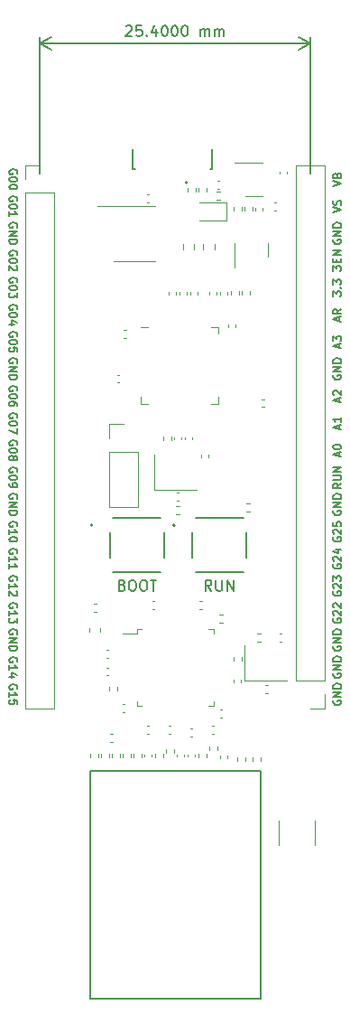
<source format=gbr>
%TF.GenerationSoftware,KiCad,Pcbnew,6.0.2+dfsg-1*%
%TF.CreationDate,2022-12-03T09:23:02-05:00*%
%TF.ProjectId,wiz5500-clone-4layer,77697a35-3530-4302-9d63-6c6f6e652d34,rev?*%
%TF.SameCoordinates,Original*%
%TF.FileFunction,Legend,Top*%
%TF.FilePolarity,Positive*%
%FSLAX46Y46*%
G04 Gerber Fmt 4.6, Leading zero omitted, Abs format (unit mm)*
G04 Created by KiCad (PCBNEW 6.0.2+dfsg-1) date 2022-12-03 09:23:02*
%MOMM*%
%LPD*%
G01*
G04 APERTURE LIST*
%ADD10C,0.150000*%
%ADD11C,0.120000*%
%ADD12C,0.127000*%
%ADD13C,0.200000*%
G04 APERTURE END LIST*
D10*
X58045000Y-112277857D02*
X58009285Y-112349285D01*
X58009285Y-112456428D01*
X58045000Y-112563571D01*
X58116428Y-112635000D01*
X58187857Y-112670714D01*
X58330714Y-112706428D01*
X58437857Y-112706428D01*
X58580714Y-112670714D01*
X58652142Y-112635000D01*
X58723571Y-112563571D01*
X58759285Y-112456428D01*
X58759285Y-112385000D01*
X58723571Y-112277857D01*
X58687857Y-112242142D01*
X58437857Y-112242142D01*
X58437857Y-112385000D01*
X58080714Y-111956428D02*
X58045000Y-111920714D01*
X58009285Y-111849285D01*
X58009285Y-111670714D01*
X58045000Y-111599285D01*
X58080714Y-111563571D01*
X58152142Y-111527857D01*
X58223571Y-111527857D01*
X58330714Y-111563571D01*
X58759285Y-111992142D01*
X58759285Y-111527857D01*
X58009285Y-111277857D02*
X58009285Y-110813571D01*
X58295000Y-111063571D01*
X58295000Y-110956428D01*
X58330714Y-110885000D01*
X58366428Y-110849285D01*
X58437857Y-110813571D01*
X58616428Y-110813571D01*
X58687857Y-110849285D01*
X58723571Y-110885000D01*
X58759285Y-110956428D01*
X58759285Y-111170714D01*
X58723571Y-111242142D01*
X58687857Y-111277857D01*
X58545000Y-99595714D02*
X58545000Y-99238571D01*
X58759285Y-99667142D02*
X58009285Y-99417142D01*
X58759285Y-99167142D01*
X58009285Y-98774285D02*
X58009285Y-98702857D01*
X58045000Y-98631428D01*
X58080714Y-98595714D01*
X58152142Y-98560000D01*
X58295000Y-98524285D01*
X58473571Y-98524285D01*
X58616428Y-98560000D01*
X58687857Y-98595714D01*
X58723571Y-98631428D01*
X58759285Y-98702857D01*
X58759285Y-98774285D01*
X58723571Y-98845714D01*
X58687857Y-98881428D01*
X58616428Y-98917142D01*
X58473571Y-98952857D01*
X58295000Y-98952857D01*
X58152142Y-98917142D01*
X58080714Y-98881428D01*
X58045000Y-98845714D01*
X58009285Y-98774285D01*
X46589404Y-112212380D02*
X46256071Y-111736190D01*
X46017976Y-112212380D02*
X46017976Y-111212380D01*
X46398928Y-111212380D01*
X46494166Y-111260000D01*
X46541785Y-111307619D01*
X46589404Y-111402857D01*
X46589404Y-111545714D01*
X46541785Y-111640952D01*
X46494166Y-111688571D01*
X46398928Y-111736190D01*
X46017976Y-111736190D01*
X47017976Y-111212380D02*
X47017976Y-112021904D01*
X47065595Y-112117142D01*
X47113214Y-112164761D01*
X47208452Y-112212380D01*
X47398928Y-112212380D01*
X47494166Y-112164761D01*
X47541785Y-112117142D01*
X47589404Y-112021904D01*
X47589404Y-111212380D01*
X48065595Y-112212380D02*
X48065595Y-111212380D01*
X48637023Y-112212380D01*
X48637023Y-111212380D01*
X58006640Y-82235780D02*
X58006640Y-81771495D01*
X58292355Y-82021495D01*
X58292355Y-81914352D01*
X58328069Y-81842923D01*
X58363783Y-81807209D01*
X58435212Y-81771495D01*
X58613783Y-81771495D01*
X58685212Y-81807209D01*
X58720926Y-81842923D01*
X58756640Y-81914352D01*
X58756640Y-82128638D01*
X58720926Y-82200066D01*
X58685212Y-82235780D01*
X58363783Y-81450066D02*
X58363783Y-81200066D01*
X58756640Y-81092923D02*
X58756640Y-81450066D01*
X58006640Y-81450066D01*
X58006640Y-81092923D01*
X58756640Y-80771495D02*
X58006640Y-80771495D01*
X58756640Y-80342923D01*
X58006640Y-80342923D01*
X58542355Y-86910738D02*
X58542355Y-86553595D01*
X58756640Y-86982167D02*
X58006640Y-86732167D01*
X58756640Y-86482167D01*
X58756640Y-85803595D02*
X58399497Y-86053595D01*
X58756640Y-86232167D02*
X58006640Y-86232167D01*
X58006640Y-85946452D01*
X58042355Y-85875024D01*
X58078069Y-85839309D01*
X58149497Y-85803595D01*
X58256640Y-85803595D01*
X58328069Y-85839309D01*
X58363783Y-85875024D01*
X58399497Y-85946452D01*
X58399497Y-86232167D01*
X28315000Y-116268571D02*
X28350714Y-116197142D01*
X28350714Y-116090000D01*
X28315000Y-115982857D01*
X28243571Y-115911428D01*
X28172142Y-115875714D01*
X28029285Y-115840000D01*
X27922142Y-115840000D01*
X27779285Y-115875714D01*
X27707857Y-115911428D01*
X27636428Y-115982857D01*
X27600714Y-116090000D01*
X27600714Y-116161428D01*
X27636428Y-116268571D01*
X27672142Y-116304285D01*
X27922142Y-116304285D01*
X27922142Y-116161428D01*
X27600714Y-116625714D02*
X28350714Y-116625714D01*
X27600714Y-117054285D01*
X28350714Y-117054285D01*
X27600714Y-117411428D02*
X28350714Y-117411428D01*
X28350714Y-117590000D01*
X28315000Y-117697142D01*
X28243571Y-117768571D01*
X28172142Y-117804285D01*
X28029285Y-117840000D01*
X27922142Y-117840000D01*
X27779285Y-117804285D01*
X27707857Y-117768571D01*
X27636428Y-117697142D01*
X27600714Y-117590000D01*
X27600714Y-117411428D01*
X28315000Y-98542142D02*
X28350714Y-98470714D01*
X28350714Y-98363571D01*
X28315000Y-98256428D01*
X28243571Y-98185000D01*
X28172142Y-98149285D01*
X28029285Y-98113571D01*
X27922142Y-98113571D01*
X27779285Y-98149285D01*
X27707857Y-98185000D01*
X27636428Y-98256428D01*
X27600714Y-98363571D01*
X27600714Y-98435000D01*
X27636428Y-98542142D01*
X27672142Y-98577857D01*
X27922142Y-98577857D01*
X27922142Y-98435000D01*
X28350714Y-99042142D02*
X28350714Y-99113571D01*
X28315000Y-99185000D01*
X28279285Y-99220714D01*
X28207857Y-99256428D01*
X28065000Y-99292142D01*
X27886428Y-99292142D01*
X27743571Y-99256428D01*
X27672142Y-99220714D01*
X27636428Y-99185000D01*
X27600714Y-99113571D01*
X27600714Y-99042142D01*
X27636428Y-98970714D01*
X27672142Y-98935000D01*
X27743571Y-98899285D01*
X27886428Y-98863571D01*
X28065000Y-98863571D01*
X28207857Y-98899285D01*
X28279285Y-98935000D01*
X28315000Y-98970714D01*
X28350714Y-99042142D01*
X28029285Y-99720714D02*
X28065000Y-99649285D01*
X28100714Y-99613571D01*
X28172142Y-99577857D01*
X28207857Y-99577857D01*
X28279285Y-99613571D01*
X28315000Y-99649285D01*
X28350714Y-99720714D01*
X28350714Y-99863571D01*
X28315000Y-99935000D01*
X28279285Y-99970714D01*
X28207857Y-100006428D01*
X28172142Y-100006428D01*
X28100714Y-99970714D01*
X28065000Y-99935000D01*
X28029285Y-99863571D01*
X28029285Y-99720714D01*
X27993571Y-99649285D01*
X27957857Y-99613571D01*
X27886428Y-99577857D01*
X27743571Y-99577857D01*
X27672142Y-99613571D01*
X27636428Y-99649285D01*
X27600714Y-99720714D01*
X27600714Y-99863571D01*
X27636428Y-99935000D01*
X27672142Y-99970714D01*
X27743571Y-100006428D01*
X27886428Y-100006428D01*
X27957857Y-99970714D01*
X27993571Y-99935000D01*
X28029285Y-99863571D01*
X58045000Y-79311428D02*
X58009285Y-79382857D01*
X58009285Y-79490000D01*
X58045000Y-79597142D01*
X58116428Y-79668571D01*
X58187857Y-79704285D01*
X58330714Y-79740000D01*
X58437857Y-79740000D01*
X58580714Y-79704285D01*
X58652142Y-79668571D01*
X58723571Y-79597142D01*
X58759285Y-79490000D01*
X58759285Y-79418571D01*
X58723571Y-79311428D01*
X58687857Y-79275714D01*
X58437857Y-79275714D01*
X58437857Y-79418571D01*
X58759285Y-78954285D02*
X58009285Y-78954285D01*
X58759285Y-78525714D01*
X58009285Y-78525714D01*
X58759285Y-78168571D02*
X58009285Y-78168571D01*
X58009285Y-77990000D01*
X58045000Y-77882857D01*
X58116428Y-77811428D01*
X58187857Y-77775714D01*
X58330714Y-77740000D01*
X58437857Y-77740000D01*
X58580714Y-77775714D01*
X58652142Y-77811428D01*
X58723571Y-77882857D01*
X58759285Y-77990000D01*
X58759285Y-78168571D01*
X28315000Y-75682142D02*
X28350714Y-75610714D01*
X28350714Y-75503571D01*
X28315000Y-75396428D01*
X28243571Y-75325000D01*
X28172142Y-75289285D01*
X28029285Y-75253571D01*
X27922142Y-75253571D01*
X27779285Y-75289285D01*
X27707857Y-75325000D01*
X27636428Y-75396428D01*
X27600714Y-75503571D01*
X27600714Y-75575000D01*
X27636428Y-75682142D01*
X27672142Y-75717857D01*
X27922142Y-75717857D01*
X27922142Y-75575000D01*
X28350714Y-76182142D02*
X28350714Y-76253571D01*
X28315000Y-76325000D01*
X28279285Y-76360714D01*
X28207857Y-76396428D01*
X28065000Y-76432142D01*
X27886428Y-76432142D01*
X27743571Y-76396428D01*
X27672142Y-76360714D01*
X27636428Y-76325000D01*
X27600714Y-76253571D01*
X27600714Y-76182142D01*
X27636428Y-76110714D01*
X27672142Y-76075000D01*
X27743571Y-76039285D01*
X27886428Y-76003571D01*
X28065000Y-76003571D01*
X28207857Y-76039285D01*
X28279285Y-76075000D01*
X28315000Y-76110714D01*
X28350714Y-76182142D01*
X27600714Y-77146428D02*
X27600714Y-76717857D01*
X27600714Y-76932142D02*
X28350714Y-76932142D01*
X28243571Y-76860714D01*
X28172142Y-76789285D01*
X28136428Y-76717857D01*
X28315000Y-106162142D02*
X28350714Y-106090714D01*
X28350714Y-105983571D01*
X28315000Y-105876428D01*
X28243571Y-105805000D01*
X28172142Y-105769285D01*
X28029285Y-105733571D01*
X27922142Y-105733571D01*
X27779285Y-105769285D01*
X27707857Y-105805000D01*
X27636428Y-105876428D01*
X27600714Y-105983571D01*
X27600714Y-106055000D01*
X27636428Y-106162142D01*
X27672142Y-106197857D01*
X27922142Y-106197857D01*
X27922142Y-106055000D01*
X27600714Y-106912142D02*
X27600714Y-106483571D01*
X27600714Y-106697857D02*
X28350714Y-106697857D01*
X28243571Y-106626428D01*
X28172142Y-106555000D01*
X28136428Y-106483571D01*
X28350714Y-107376428D02*
X28350714Y-107447857D01*
X28315000Y-107519285D01*
X28279285Y-107555000D01*
X28207857Y-107590714D01*
X28065000Y-107626428D01*
X27886428Y-107626428D01*
X27743571Y-107590714D01*
X27672142Y-107555000D01*
X27636428Y-107519285D01*
X27600714Y-107447857D01*
X27600714Y-107376428D01*
X27636428Y-107305000D01*
X27672142Y-107269285D01*
X27743571Y-107233571D01*
X27886428Y-107197857D01*
X28065000Y-107197857D01*
X28207857Y-107233571D01*
X28279285Y-107269285D01*
X28315000Y-107305000D01*
X28350714Y-107376428D01*
X28315000Y-121402142D02*
X28350714Y-121330714D01*
X28350714Y-121223571D01*
X28315000Y-121116428D01*
X28243571Y-121045000D01*
X28172142Y-121009285D01*
X28029285Y-120973571D01*
X27922142Y-120973571D01*
X27779285Y-121009285D01*
X27707857Y-121045000D01*
X27636428Y-121116428D01*
X27600714Y-121223571D01*
X27600714Y-121295000D01*
X27636428Y-121402142D01*
X27672142Y-121437857D01*
X27922142Y-121437857D01*
X27922142Y-121295000D01*
X27600714Y-122152142D02*
X27600714Y-121723571D01*
X27600714Y-121937857D02*
X28350714Y-121937857D01*
X28243571Y-121866428D01*
X28172142Y-121795000D01*
X28136428Y-121723571D01*
X28350714Y-122830714D02*
X28350714Y-122473571D01*
X27993571Y-122437857D01*
X28029285Y-122473571D01*
X28065000Y-122545000D01*
X28065000Y-122723571D01*
X28029285Y-122795000D01*
X27993571Y-122830714D01*
X27922142Y-122866428D01*
X27743571Y-122866428D01*
X27672142Y-122830714D01*
X27636428Y-122795000D01*
X27600714Y-122723571D01*
X27600714Y-122545000D01*
X27636428Y-122473571D01*
X27672142Y-122437857D01*
X28315000Y-93462142D02*
X28350714Y-93390714D01*
X28350714Y-93283571D01*
X28315000Y-93176428D01*
X28243571Y-93105000D01*
X28172142Y-93069285D01*
X28029285Y-93033571D01*
X27922142Y-93033571D01*
X27779285Y-93069285D01*
X27707857Y-93105000D01*
X27636428Y-93176428D01*
X27600714Y-93283571D01*
X27600714Y-93355000D01*
X27636428Y-93462142D01*
X27672142Y-93497857D01*
X27922142Y-93497857D01*
X27922142Y-93355000D01*
X28350714Y-93962142D02*
X28350714Y-94033571D01*
X28315000Y-94105000D01*
X28279285Y-94140714D01*
X28207857Y-94176428D01*
X28065000Y-94212142D01*
X27886428Y-94212142D01*
X27743571Y-94176428D01*
X27672142Y-94140714D01*
X27636428Y-94105000D01*
X27600714Y-94033571D01*
X27600714Y-93962142D01*
X27636428Y-93890714D01*
X27672142Y-93855000D01*
X27743571Y-93819285D01*
X27886428Y-93783571D01*
X28065000Y-93783571D01*
X28207857Y-93819285D01*
X28279285Y-93855000D01*
X28315000Y-93890714D01*
X28350714Y-93962142D01*
X28350714Y-94855000D02*
X28350714Y-94712142D01*
X28315000Y-94640714D01*
X28279285Y-94605000D01*
X28172142Y-94533571D01*
X28029285Y-94497857D01*
X27743571Y-94497857D01*
X27672142Y-94533571D01*
X27636428Y-94569285D01*
X27600714Y-94640714D01*
X27600714Y-94783571D01*
X27636428Y-94855000D01*
X27672142Y-94890714D01*
X27743571Y-94926428D01*
X27922142Y-94926428D01*
X27993571Y-94890714D01*
X28029285Y-94855000D01*
X28065000Y-94783571D01*
X28065000Y-94640714D01*
X28029285Y-94569285D01*
X27993571Y-94533571D01*
X27922142Y-94497857D01*
X28315000Y-90868571D02*
X28350714Y-90797142D01*
X28350714Y-90690000D01*
X28315000Y-90582857D01*
X28243571Y-90511428D01*
X28172142Y-90475714D01*
X28029285Y-90440000D01*
X27922142Y-90440000D01*
X27779285Y-90475714D01*
X27707857Y-90511428D01*
X27636428Y-90582857D01*
X27600714Y-90690000D01*
X27600714Y-90761428D01*
X27636428Y-90868571D01*
X27672142Y-90904285D01*
X27922142Y-90904285D01*
X27922142Y-90761428D01*
X27600714Y-91225714D02*
X28350714Y-91225714D01*
X27600714Y-91654285D01*
X28350714Y-91654285D01*
X27600714Y-92011428D02*
X28350714Y-92011428D01*
X28350714Y-92190000D01*
X28315000Y-92297142D01*
X28243571Y-92368571D01*
X28172142Y-92404285D01*
X28029285Y-92440000D01*
X27922142Y-92440000D01*
X27779285Y-92404285D01*
X27707857Y-92368571D01*
X27636428Y-92297142D01*
X27600714Y-92190000D01*
X27600714Y-92011428D01*
X58759285Y-102153571D02*
X58402142Y-102403571D01*
X58759285Y-102582142D02*
X58009285Y-102582142D01*
X58009285Y-102296428D01*
X58045000Y-102225000D01*
X58080714Y-102189285D01*
X58152142Y-102153571D01*
X58259285Y-102153571D01*
X58330714Y-102189285D01*
X58366428Y-102225000D01*
X58402142Y-102296428D01*
X58402142Y-102582142D01*
X58009285Y-101832142D02*
X58616428Y-101832142D01*
X58687857Y-101796428D01*
X58723571Y-101760714D01*
X58759285Y-101689285D01*
X58759285Y-101546428D01*
X58723571Y-101475000D01*
X58687857Y-101439285D01*
X58616428Y-101403571D01*
X58009285Y-101403571D01*
X58759285Y-101046428D02*
X58009285Y-101046428D01*
X58759285Y-100617857D01*
X58009285Y-100617857D01*
X58045000Y-104711428D02*
X58009285Y-104782857D01*
X58009285Y-104890000D01*
X58045000Y-104997142D01*
X58116428Y-105068571D01*
X58187857Y-105104285D01*
X58330714Y-105140000D01*
X58437857Y-105140000D01*
X58580714Y-105104285D01*
X58652142Y-105068571D01*
X58723571Y-104997142D01*
X58759285Y-104890000D01*
X58759285Y-104818571D01*
X58723571Y-104711428D01*
X58687857Y-104675714D01*
X58437857Y-104675714D01*
X58437857Y-104818571D01*
X58759285Y-104354285D02*
X58009285Y-104354285D01*
X58759285Y-103925714D01*
X58009285Y-103925714D01*
X58759285Y-103568571D02*
X58009285Y-103568571D01*
X58009285Y-103390000D01*
X58045000Y-103282857D01*
X58116428Y-103211428D01*
X58187857Y-103175714D01*
X58330714Y-103140000D01*
X58437857Y-103140000D01*
X58580714Y-103175714D01*
X58652142Y-103211428D01*
X58723571Y-103282857D01*
X58759285Y-103390000D01*
X58759285Y-103568571D01*
X28315000Y-80762142D02*
X28350714Y-80690714D01*
X28350714Y-80583571D01*
X28315000Y-80476428D01*
X28243571Y-80405000D01*
X28172142Y-80369285D01*
X28029285Y-80333571D01*
X27922142Y-80333571D01*
X27779285Y-80369285D01*
X27707857Y-80405000D01*
X27636428Y-80476428D01*
X27600714Y-80583571D01*
X27600714Y-80655000D01*
X27636428Y-80762142D01*
X27672142Y-80797857D01*
X27922142Y-80797857D01*
X27922142Y-80655000D01*
X28350714Y-81262142D02*
X28350714Y-81333571D01*
X28315000Y-81405000D01*
X28279285Y-81440714D01*
X28207857Y-81476428D01*
X28065000Y-81512142D01*
X27886428Y-81512142D01*
X27743571Y-81476428D01*
X27672142Y-81440714D01*
X27636428Y-81405000D01*
X27600714Y-81333571D01*
X27600714Y-81262142D01*
X27636428Y-81190714D01*
X27672142Y-81155000D01*
X27743571Y-81119285D01*
X27886428Y-81083571D01*
X28065000Y-81083571D01*
X28207857Y-81119285D01*
X28279285Y-81155000D01*
X28315000Y-81190714D01*
X28350714Y-81262142D01*
X28279285Y-81797857D02*
X28315000Y-81833571D01*
X28350714Y-81905000D01*
X28350714Y-82083571D01*
X28315000Y-82155000D01*
X28279285Y-82190714D01*
X28207857Y-82226428D01*
X28136428Y-82226428D01*
X28029285Y-82190714D01*
X27600714Y-81762142D01*
X27600714Y-82226428D01*
X58045000Y-122491428D02*
X58009285Y-122562857D01*
X58009285Y-122670000D01*
X58045000Y-122777142D01*
X58116428Y-122848571D01*
X58187857Y-122884285D01*
X58330714Y-122920000D01*
X58437857Y-122920000D01*
X58580714Y-122884285D01*
X58652142Y-122848571D01*
X58723571Y-122777142D01*
X58759285Y-122670000D01*
X58759285Y-122598571D01*
X58723571Y-122491428D01*
X58687857Y-122455714D01*
X58437857Y-122455714D01*
X58437857Y-122598571D01*
X58759285Y-122134285D02*
X58009285Y-122134285D01*
X58759285Y-121705714D01*
X58009285Y-121705714D01*
X58759285Y-121348571D02*
X58009285Y-121348571D01*
X58009285Y-121170000D01*
X58045000Y-121062857D01*
X58116428Y-120991428D01*
X58187857Y-120955714D01*
X58330714Y-120920000D01*
X58437857Y-120920000D01*
X58580714Y-120955714D01*
X58652142Y-120991428D01*
X58723571Y-121062857D01*
X58759285Y-121170000D01*
X58759285Y-121348571D01*
X58006640Y-76791735D02*
X58756640Y-76541735D01*
X58006640Y-76291735D01*
X58720926Y-76077450D02*
X58756640Y-75970307D01*
X58756640Y-75791735D01*
X58720926Y-75720307D01*
X58685212Y-75684593D01*
X58613783Y-75648878D01*
X58542355Y-75648878D01*
X58470926Y-75684593D01*
X58435212Y-75720307D01*
X58399497Y-75791735D01*
X58363783Y-75934593D01*
X58328069Y-76006021D01*
X58292355Y-76041735D01*
X58220926Y-76077450D01*
X58149497Y-76077450D01*
X58078069Y-76041735D01*
X58042355Y-76006021D01*
X58006640Y-75934593D01*
X58006640Y-75756021D01*
X58042355Y-75648878D01*
X28315000Y-101082142D02*
X28350714Y-101010714D01*
X28350714Y-100903571D01*
X28315000Y-100796428D01*
X28243571Y-100725000D01*
X28172142Y-100689285D01*
X28029285Y-100653571D01*
X27922142Y-100653571D01*
X27779285Y-100689285D01*
X27707857Y-100725000D01*
X27636428Y-100796428D01*
X27600714Y-100903571D01*
X27600714Y-100975000D01*
X27636428Y-101082142D01*
X27672142Y-101117857D01*
X27922142Y-101117857D01*
X27922142Y-100975000D01*
X28350714Y-101582142D02*
X28350714Y-101653571D01*
X28315000Y-101725000D01*
X28279285Y-101760714D01*
X28207857Y-101796428D01*
X28065000Y-101832142D01*
X27886428Y-101832142D01*
X27743571Y-101796428D01*
X27672142Y-101760714D01*
X27636428Y-101725000D01*
X27600714Y-101653571D01*
X27600714Y-101582142D01*
X27636428Y-101510714D01*
X27672142Y-101475000D01*
X27743571Y-101439285D01*
X27886428Y-101403571D01*
X28065000Y-101403571D01*
X28207857Y-101439285D01*
X28279285Y-101475000D01*
X28315000Y-101510714D01*
X28350714Y-101582142D01*
X27600714Y-102189285D02*
X27600714Y-102332142D01*
X27636428Y-102403571D01*
X27672142Y-102439285D01*
X27779285Y-102510714D01*
X27922142Y-102546428D01*
X28207857Y-102546428D01*
X28279285Y-102510714D01*
X28315000Y-102475000D01*
X28350714Y-102403571D01*
X28350714Y-102260714D01*
X28315000Y-102189285D01*
X28279285Y-102153571D01*
X28207857Y-102117857D01*
X28029285Y-102117857D01*
X27957857Y-102153571D01*
X27922142Y-102189285D01*
X27886428Y-102260714D01*
X27886428Y-102403571D01*
X27922142Y-102475000D01*
X27957857Y-102510714D01*
X28029285Y-102546428D01*
X58045000Y-107197857D02*
X58009285Y-107269285D01*
X58009285Y-107376428D01*
X58045000Y-107483571D01*
X58116428Y-107555000D01*
X58187857Y-107590714D01*
X58330714Y-107626428D01*
X58437857Y-107626428D01*
X58580714Y-107590714D01*
X58652142Y-107555000D01*
X58723571Y-107483571D01*
X58759285Y-107376428D01*
X58759285Y-107305000D01*
X58723571Y-107197857D01*
X58687857Y-107162142D01*
X58437857Y-107162142D01*
X58437857Y-107305000D01*
X58080714Y-106876428D02*
X58045000Y-106840714D01*
X58009285Y-106769285D01*
X58009285Y-106590714D01*
X58045000Y-106519285D01*
X58080714Y-106483571D01*
X58152142Y-106447857D01*
X58223571Y-106447857D01*
X58330714Y-106483571D01*
X58759285Y-106912142D01*
X58759285Y-106447857D01*
X58009285Y-105769285D02*
X58009285Y-106126428D01*
X58366428Y-106162142D01*
X58330714Y-106126428D01*
X58295000Y-106055000D01*
X58295000Y-105876428D01*
X58330714Y-105805000D01*
X58366428Y-105769285D01*
X58437857Y-105733571D01*
X58616428Y-105733571D01*
X58687857Y-105769285D01*
X58723571Y-105805000D01*
X58759285Y-105876428D01*
X58759285Y-106055000D01*
X58723571Y-106126428D01*
X58687857Y-106162142D01*
X58545000Y-94515714D02*
X58545000Y-94158571D01*
X58759285Y-94587142D02*
X58009285Y-94337142D01*
X58759285Y-94087142D01*
X58080714Y-93872857D02*
X58045000Y-93837142D01*
X58009285Y-93765714D01*
X58009285Y-93587142D01*
X58045000Y-93515714D01*
X58080714Y-93480000D01*
X58152142Y-93444285D01*
X58223571Y-93444285D01*
X58330714Y-93480000D01*
X58759285Y-93908571D01*
X58759285Y-93444285D01*
X58545000Y-89435714D02*
X58545000Y-89078571D01*
X58759285Y-89507142D02*
X58009285Y-89257142D01*
X58759285Y-89007142D01*
X58009285Y-88828571D02*
X58009285Y-88364285D01*
X58295000Y-88614285D01*
X58295000Y-88507142D01*
X58330714Y-88435714D01*
X58366428Y-88400000D01*
X58437857Y-88364285D01*
X58616428Y-88364285D01*
X58687857Y-88400000D01*
X58723571Y-88435714D01*
X58759285Y-88507142D01*
X58759285Y-88721428D01*
X58723571Y-88792857D01*
X58687857Y-88828571D01*
X58009285Y-84605714D02*
X58009285Y-84141428D01*
X58295000Y-84391428D01*
X58295000Y-84284285D01*
X58330714Y-84212857D01*
X58366428Y-84177142D01*
X58437857Y-84141428D01*
X58616428Y-84141428D01*
X58687857Y-84177142D01*
X58723571Y-84212857D01*
X58759285Y-84284285D01*
X58759285Y-84498571D01*
X58723571Y-84570000D01*
X58687857Y-84605714D01*
X58687857Y-83820000D02*
X58723571Y-83784285D01*
X58759285Y-83820000D01*
X58723571Y-83855714D01*
X58687857Y-83820000D01*
X58759285Y-83820000D01*
X58009285Y-83534285D02*
X58009285Y-83070000D01*
X58295000Y-83320000D01*
X58295000Y-83212857D01*
X58330714Y-83141428D01*
X58366428Y-83105714D01*
X58437857Y-83070000D01*
X58616428Y-83070000D01*
X58687857Y-83105714D01*
X58723571Y-83141428D01*
X58759285Y-83212857D01*
X58759285Y-83427142D01*
X58723571Y-83498571D01*
X58687857Y-83534285D01*
X28315000Y-88382142D02*
X28350714Y-88310714D01*
X28350714Y-88203571D01*
X28315000Y-88096428D01*
X28243571Y-88025000D01*
X28172142Y-87989285D01*
X28029285Y-87953571D01*
X27922142Y-87953571D01*
X27779285Y-87989285D01*
X27707857Y-88025000D01*
X27636428Y-88096428D01*
X27600714Y-88203571D01*
X27600714Y-88275000D01*
X27636428Y-88382142D01*
X27672142Y-88417857D01*
X27922142Y-88417857D01*
X27922142Y-88275000D01*
X28350714Y-88882142D02*
X28350714Y-88953571D01*
X28315000Y-89025000D01*
X28279285Y-89060714D01*
X28207857Y-89096428D01*
X28065000Y-89132142D01*
X27886428Y-89132142D01*
X27743571Y-89096428D01*
X27672142Y-89060714D01*
X27636428Y-89025000D01*
X27600714Y-88953571D01*
X27600714Y-88882142D01*
X27636428Y-88810714D01*
X27672142Y-88775000D01*
X27743571Y-88739285D01*
X27886428Y-88703571D01*
X28065000Y-88703571D01*
X28207857Y-88739285D01*
X28279285Y-88775000D01*
X28315000Y-88810714D01*
X28350714Y-88882142D01*
X28350714Y-89810714D02*
X28350714Y-89453571D01*
X27993571Y-89417857D01*
X28029285Y-89453571D01*
X28065000Y-89525000D01*
X28065000Y-89703571D01*
X28029285Y-89775000D01*
X27993571Y-89810714D01*
X27922142Y-89846428D01*
X27743571Y-89846428D01*
X27672142Y-89810714D01*
X27636428Y-89775000D01*
X27600714Y-89703571D01*
X27600714Y-89525000D01*
X27636428Y-89453571D01*
X27672142Y-89417857D01*
X28315000Y-96002142D02*
X28350714Y-95930714D01*
X28350714Y-95823571D01*
X28315000Y-95716428D01*
X28243571Y-95645000D01*
X28172142Y-95609285D01*
X28029285Y-95573571D01*
X27922142Y-95573571D01*
X27779285Y-95609285D01*
X27707857Y-95645000D01*
X27636428Y-95716428D01*
X27600714Y-95823571D01*
X27600714Y-95895000D01*
X27636428Y-96002142D01*
X27672142Y-96037857D01*
X27922142Y-96037857D01*
X27922142Y-95895000D01*
X28350714Y-96502142D02*
X28350714Y-96573571D01*
X28315000Y-96645000D01*
X28279285Y-96680714D01*
X28207857Y-96716428D01*
X28065000Y-96752142D01*
X27886428Y-96752142D01*
X27743571Y-96716428D01*
X27672142Y-96680714D01*
X27636428Y-96645000D01*
X27600714Y-96573571D01*
X27600714Y-96502142D01*
X27636428Y-96430714D01*
X27672142Y-96395000D01*
X27743571Y-96359285D01*
X27886428Y-96323571D01*
X28065000Y-96323571D01*
X28207857Y-96359285D01*
X28279285Y-96395000D01*
X28315000Y-96430714D01*
X28350714Y-96502142D01*
X28350714Y-97002142D02*
X28350714Y-97502142D01*
X27600714Y-97180714D01*
X58045000Y-114817857D02*
X58009285Y-114889285D01*
X58009285Y-114996428D01*
X58045000Y-115103571D01*
X58116428Y-115175000D01*
X58187857Y-115210714D01*
X58330714Y-115246428D01*
X58437857Y-115246428D01*
X58580714Y-115210714D01*
X58652142Y-115175000D01*
X58723571Y-115103571D01*
X58759285Y-114996428D01*
X58759285Y-114925000D01*
X58723571Y-114817857D01*
X58687857Y-114782142D01*
X58437857Y-114782142D01*
X58437857Y-114925000D01*
X58080714Y-114496428D02*
X58045000Y-114460714D01*
X58009285Y-114389285D01*
X58009285Y-114210714D01*
X58045000Y-114139285D01*
X58080714Y-114103571D01*
X58152142Y-114067857D01*
X58223571Y-114067857D01*
X58330714Y-114103571D01*
X58759285Y-114532142D01*
X58759285Y-114067857D01*
X58080714Y-113782142D02*
X58045000Y-113746428D01*
X58009285Y-113675000D01*
X58009285Y-113496428D01*
X58045000Y-113425000D01*
X58080714Y-113389285D01*
X58152142Y-113353571D01*
X58223571Y-113353571D01*
X58330714Y-113389285D01*
X58759285Y-113817857D01*
X58759285Y-113353571D01*
X28315000Y-83302142D02*
X28350714Y-83230714D01*
X28350714Y-83123571D01*
X28315000Y-83016428D01*
X28243571Y-82945000D01*
X28172142Y-82909285D01*
X28029285Y-82873571D01*
X27922142Y-82873571D01*
X27779285Y-82909285D01*
X27707857Y-82945000D01*
X27636428Y-83016428D01*
X27600714Y-83123571D01*
X27600714Y-83195000D01*
X27636428Y-83302142D01*
X27672142Y-83337857D01*
X27922142Y-83337857D01*
X27922142Y-83195000D01*
X28350714Y-83802142D02*
X28350714Y-83873571D01*
X28315000Y-83945000D01*
X28279285Y-83980714D01*
X28207857Y-84016428D01*
X28065000Y-84052142D01*
X27886428Y-84052142D01*
X27743571Y-84016428D01*
X27672142Y-83980714D01*
X27636428Y-83945000D01*
X27600714Y-83873571D01*
X27600714Y-83802142D01*
X27636428Y-83730714D01*
X27672142Y-83695000D01*
X27743571Y-83659285D01*
X27886428Y-83623571D01*
X28065000Y-83623571D01*
X28207857Y-83659285D01*
X28279285Y-83695000D01*
X28315000Y-83730714D01*
X28350714Y-83802142D01*
X28350714Y-84302142D02*
X28350714Y-84766428D01*
X28065000Y-84516428D01*
X28065000Y-84623571D01*
X28029285Y-84695000D01*
X27993571Y-84730714D01*
X27922142Y-84766428D01*
X27743571Y-84766428D01*
X27672142Y-84730714D01*
X27636428Y-84695000D01*
X27600714Y-84623571D01*
X27600714Y-84409285D01*
X27636428Y-84337857D01*
X27672142Y-84302142D01*
X58045000Y-117411428D02*
X58009285Y-117482857D01*
X58009285Y-117590000D01*
X58045000Y-117697142D01*
X58116428Y-117768571D01*
X58187857Y-117804285D01*
X58330714Y-117840000D01*
X58437857Y-117840000D01*
X58580714Y-117804285D01*
X58652142Y-117768571D01*
X58723571Y-117697142D01*
X58759285Y-117590000D01*
X58759285Y-117518571D01*
X58723571Y-117411428D01*
X58687857Y-117375714D01*
X58437857Y-117375714D01*
X58437857Y-117518571D01*
X58759285Y-117054285D02*
X58009285Y-117054285D01*
X58759285Y-116625714D01*
X58009285Y-116625714D01*
X58759285Y-116268571D02*
X58009285Y-116268571D01*
X58009285Y-116090000D01*
X58045000Y-115982857D01*
X58116428Y-115911428D01*
X58187857Y-115875714D01*
X58330714Y-115840000D01*
X58437857Y-115840000D01*
X58580714Y-115875714D01*
X58652142Y-115911428D01*
X58723571Y-115982857D01*
X58759285Y-116090000D01*
X58759285Y-116268571D01*
X58045000Y-119951428D02*
X58009285Y-120022857D01*
X58009285Y-120130000D01*
X58045000Y-120237142D01*
X58116428Y-120308571D01*
X58187857Y-120344285D01*
X58330714Y-120380000D01*
X58437857Y-120380000D01*
X58580714Y-120344285D01*
X58652142Y-120308571D01*
X58723571Y-120237142D01*
X58759285Y-120130000D01*
X58759285Y-120058571D01*
X58723571Y-119951428D01*
X58687857Y-119915714D01*
X58437857Y-119915714D01*
X58437857Y-120058571D01*
X58759285Y-119594285D02*
X58009285Y-119594285D01*
X58759285Y-119165714D01*
X58009285Y-119165714D01*
X58759285Y-118808571D02*
X58009285Y-118808571D01*
X58009285Y-118630000D01*
X58045000Y-118522857D01*
X58116428Y-118451428D01*
X58187857Y-118415714D01*
X58330714Y-118380000D01*
X58437857Y-118380000D01*
X58580714Y-118415714D01*
X58652142Y-118451428D01*
X58723571Y-118522857D01*
X58759285Y-118630000D01*
X58759285Y-118808571D01*
X38223357Y-111688571D02*
X38366214Y-111736190D01*
X38413833Y-111783809D01*
X38461452Y-111879047D01*
X38461452Y-112021904D01*
X38413833Y-112117142D01*
X38366214Y-112164761D01*
X38270976Y-112212380D01*
X37890023Y-112212380D01*
X37890023Y-111212380D01*
X38223357Y-111212380D01*
X38318595Y-111260000D01*
X38366214Y-111307619D01*
X38413833Y-111402857D01*
X38413833Y-111498095D01*
X38366214Y-111593333D01*
X38318595Y-111640952D01*
X38223357Y-111688571D01*
X37890023Y-111688571D01*
X39080500Y-111212380D02*
X39270976Y-111212380D01*
X39366214Y-111260000D01*
X39461452Y-111355238D01*
X39509071Y-111545714D01*
X39509071Y-111879047D01*
X39461452Y-112069523D01*
X39366214Y-112164761D01*
X39270976Y-112212380D01*
X39080500Y-112212380D01*
X38985261Y-112164761D01*
X38890023Y-112069523D01*
X38842404Y-111879047D01*
X38842404Y-111545714D01*
X38890023Y-111355238D01*
X38985261Y-111260000D01*
X39080500Y-111212380D01*
X40128119Y-111212380D02*
X40318595Y-111212380D01*
X40413833Y-111260000D01*
X40509071Y-111355238D01*
X40556690Y-111545714D01*
X40556690Y-111879047D01*
X40509071Y-112069523D01*
X40413833Y-112164761D01*
X40318595Y-112212380D01*
X40128119Y-112212380D01*
X40032880Y-112164761D01*
X39937642Y-112069523D01*
X39890023Y-111879047D01*
X39890023Y-111545714D01*
X39937642Y-111355238D01*
X40032880Y-111260000D01*
X40128119Y-111212380D01*
X40842404Y-111212380D02*
X41413833Y-111212380D01*
X41128119Y-112212380D02*
X41128119Y-111212380D01*
X28315000Y-85842142D02*
X28350714Y-85770714D01*
X28350714Y-85663571D01*
X28315000Y-85556428D01*
X28243571Y-85485000D01*
X28172142Y-85449285D01*
X28029285Y-85413571D01*
X27922142Y-85413571D01*
X27779285Y-85449285D01*
X27707857Y-85485000D01*
X27636428Y-85556428D01*
X27600714Y-85663571D01*
X27600714Y-85735000D01*
X27636428Y-85842142D01*
X27672142Y-85877857D01*
X27922142Y-85877857D01*
X27922142Y-85735000D01*
X28350714Y-86342142D02*
X28350714Y-86413571D01*
X28315000Y-86485000D01*
X28279285Y-86520714D01*
X28207857Y-86556428D01*
X28065000Y-86592142D01*
X27886428Y-86592142D01*
X27743571Y-86556428D01*
X27672142Y-86520714D01*
X27636428Y-86485000D01*
X27600714Y-86413571D01*
X27600714Y-86342142D01*
X27636428Y-86270714D01*
X27672142Y-86235000D01*
X27743571Y-86199285D01*
X27886428Y-86163571D01*
X28065000Y-86163571D01*
X28207857Y-86199285D01*
X28279285Y-86235000D01*
X28315000Y-86270714D01*
X28350714Y-86342142D01*
X28100714Y-87235000D02*
X27600714Y-87235000D01*
X28386428Y-87056428D02*
X27850714Y-86877857D01*
X27850714Y-87342142D01*
X28315000Y-108702142D02*
X28350714Y-108630714D01*
X28350714Y-108523571D01*
X28315000Y-108416428D01*
X28243571Y-108345000D01*
X28172142Y-108309285D01*
X28029285Y-108273571D01*
X27922142Y-108273571D01*
X27779285Y-108309285D01*
X27707857Y-108345000D01*
X27636428Y-108416428D01*
X27600714Y-108523571D01*
X27600714Y-108595000D01*
X27636428Y-108702142D01*
X27672142Y-108737857D01*
X27922142Y-108737857D01*
X27922142Y-108595000D01*
X27600714Y-109452142D02*
X27600714Y-109023571D01*
X27600714Y-109237857D02*
X28350714Y-109237857D01*
X28243571Y-109166428D01*
X28172142Y-109095000D01*
X28136428Y-109023571D01*
X27600714Y-110166428D02*
X27600714Y-109737857D01*
X27600714Y-109952142D02*
X28350714Y-109952142D01*
X28243571Y-109880714D01*
X28172142Y-109809285D01*
X28136428Y-109737857D01*
X58045000Y-109737857D02*
X58009285Y-109809285D01*
X58009285Y-109916428D01*
X58045000Y-110023571D01*
X58116428Y-110095000D01*
X58187857Y-110130714D01*
X58330714Y-110166428D01*
X58437857Y-110166428D01*
X58580714Y-110130714D01*
X58652142Y-110095000D01*
X58723571Y-110023571D01*
X58759285Y-109916428D01*
X58759285Y-109845000D01*
X58723571Y-109737857D01*
X58687857Y-109702142D01*
X58437857Y-109702142D01*
X58437857Y-109845000D01*
X58080714Y-109416428D02*
X58045000Y-109380714D01*
X58009285Y-109309285D01*
X58009285Y-109130714D01*
X58045000Y-109059285D01*
X58080714Y-109023571D01*
X58152142Y-108987857D01*
X58223571Y-108987857D01*
X58330714Y-109023571D01*
X58759285Y-109452142D01*
X58759285Y-108987857D01*
X58259285Y-108345000D02*
X58759285Y-108345000D01*
X57973571Y-108523571D02*
X58509285Y-108702142D01*
X58509285Y-108237857D01*
X28315000Y-113782142D02*
X28350714Y-113710714D01*
X28350714Y-113603571D01*
X28315000Y-113496428D01*
X28243571Y-113425000D01*
X28172142Y-113389285D01*
X28029285Y-113353571D01*
X27922142Y-113353571D01*
X27779285Y-113389285D01*
X27707857Y-113425000D01*
X27636428Y-113496428D01*
X27600714Y-113603571D01*
X27600714Y-113675000D01*
X27636428Y-113782142D01*
X27672142Y-113817857D01*
X27922142Y-113817857D01*
X27922142Y-113675000D01*
X27600714Y-114532142D02*
X27600714Y-114103571D01*
X27600714Y-114317857D02*
X28350714Y-114317857D01*
X28243571Y-114246428D01*
X28172142Y-114175000D01*
X28136428Y-114103571D01*
X28350714Y-114782142D02*
X28350714Y-115246428D01*
X28065000Y-114996428D01*
X28065000Y-115103571D01*
X28029285Y-115175000D01*
X27993571Y-115210714D01*
X27922142Y-115246428D01*
X27743571Y-115246428D01*
X27672142Y-115210714D01*
X27636428Y-115175000D01*
X27600714Y-115103571D01*
X27600714Y-114889285D01*
X27636428Y-114817857D01*
X27672142Y-114782142D01*
X28315000Y-73142142D02*
X28350714Y-73070714D01*
X28350714Y-72963571D01*
X28315000Y-72856428D01*
X28243571Y-72785000D01*
X28172142Y-72749285D01*
X28029285Y-72713571D01*
X27922142Y-72713571D01*
X27779285Y-72749285D01*
X27707857Y-72785000D01*
X27636428Y-72856428D01*
X27600714Y-72963571D01*
X27600714Y-73035000D01*
X27636428Y-73142142D01*
X27672142Y-73177857D01*
X27922142Y-73177857D01*
X27922142Y-73035000D01*
X28350714Y-73642142D02*
X28350714Y-73713571D01*
X28315000Y-73785000D01*
X28279285Y-73820714D01*
X28207857Y-73856428D01*
X28065000Y-73892142D01*
X27886428Y-73892142D01*
X27743571Y-73856428D01*
X27672142Y-73820714D01*
X27636428Y-73785000D01*
X27600714Y-73713571D01*
X27600714Y-73642142D01*
X27636428Y-73570714D01*
X27672142Y-73535000D01*
X27743571Y-73499285D01*
X27886428Y-73463571D01*
X28065000Y-73463571D01*
X28207857Y-73499285D01*
X28279285Y-73535000D01*
X28315000Y-73570714D01*
X28350714Y-73642142D01*
X28350714Y-74356428D02*
X28350714Y-74427857D01*
X28315000Y-74499285D01*
X28279285Y-74535000D01*
X28207857Y-74570714D01*
X28065000Y-74606428D01*
X27886428Y-74606428D01*
X27743571Y-74570714D01*
X27672142Y-74535000D01*
X27636428Y-74499285D01*
X27600714Y-74427857D01*
X27600714Y-74356428D01*
X27636428Y-74285000D01*
X27672142Y-74249285D01*
X27743571Y-74213571D01*
X27886428Y-74177857D01*
X28065000Y-74177857D01*
X28207857Y-74213571D01*
X28279285Y-74249285D01*
X28315000Y-74285000D01*
X28350714Y-74356428D01*
X28315000Y-78168571D02*
X28350714Y-78097142D01*
X28350714Y-77990000D01*
X28315000Y-77882857D01*
X28243571Y-77811428D01*
X28172142Y-77775714D01*
X28029285Y-77740000D01*
X27922142Y-77740000D01*
X27779285Y-77775714D01*
X27707857Y-77811428D01*
X27636428Y-77882857D01*
X27600714Y-77990000D01*
X27600714Y-78061428D01*
X27636428Y-78168571D01*
X27672142Y-78204285D01*
X27922142Y-78204285D01*
X27922142Y-78061428D01*
X27600714Y-78525714D02*
X28350714Y-78525714D01*
X27600714Y-78954285D01*
X28350714Y-78954285D01*
X27600714Y-79311428D02*
X28350714Y-79311428D01*
X28350714Y-79490000D01*
X28315000Y-79597142D01*
X28243571Y-79668571D01*
X28172142Y-79704285D01*
X28029285Y-79740000D01*
X27922142Y-79740000D01*
X27779285Y-79704285D01*
X27707857Y-79668571D01*
X27636428Y-79597142D01*
X27600714Y-79490000D01*
X27600714Y-79311428D01*
X28315000Y-118862142D02*
X28350714Y-118790714D01*
X28350714Y-118683571D01*
X28315000Y-118576428D01*
X28243571Y-118505000D01*
X28172142Y-118469285D01*
X28029285Y-118433571D01*
X27922142Y-118433571D01*
X27779285Y-118469285D01*
X27707857Y-118505000D01*
X27636428Y-118576428D01*
X27600714Y-118683571D01*
X27600714Y-118755000D01*
X27636428Y-118862142D01*
X27672142Y-118897857D01*
X27922142Y-118897857D01*
X27922142Y-118755000D01*
X27600714Y-119612142D02*
X27600714Y-119183571D01*
X27600714Y-119397857D02*
X28350714Y-119397857D01*
X28243571Y-119326428D01*
X28172142Y-119255000D01*
X28136428Y-119183571D01*
X28100714Y-120255000D02*
X27600714Y-120255000D01*
X28386428Y-120076428D02*
X27850714Y-119897857D01*
X27850714Y-120362142D01*
X58009285Y-74285000D02*
X58759285Y-74035000D01*
X58009285Y-73785000D01*
X58366428Y-73285000D02*
X58402142Y-73177857D01*
X58437857Y-73142142D01*
X58509285Y-73106428D01*
X58616428Y-73106428D01*
X58687857Y-73142142D01*
X58723571Y-73177857D01*
X58759285Y-73249285D01*
X58759285Y-73535000D01*
X58009285Y-73535000D01*
X58009285Y-73285000D01*
X58045000Y-73213571D01*
X58080714Y-73177857D01*
X58152142Y-73142142D01*
X58223571Y-73142142D01*
X58295000Y-73177857D01*
X58330714Y-73213571D01*
X58366428Y-73285000D01*
X58366428Y-73535000D01*
X58545000Y-97055714D02*
X58545000Y-96698571D01*
X58759285Y-97127142D02*
X58009285Y-96877142D01*
X58759285Y-96627142D01*
X58759285Y-95984285D02*
X58759285Y-96412857D01*
X58759285Y-96198571D02*
X58009285Y-96198571D01*
X58116428Y-96270000D01*
X58187857Y-96341428D01*
X58223571Y-96412857D01*
X28315000Y-103568571D02*
X28350714Y-103497142D01*
X28350714Y-103390000D01*
X28315000Y-103282857D01*
X28243571Y-103211428D01*
X28172142Y-103175714D01*
X28029285Y-103140000D01*
X27922142Y-103140000D01*
X27779285Y-103175714D01*
X27707857Y-103211428D01*
X27636428Y-103282857D01*
X27600714Y-103390000D01*
X27600714Y-103461428D01*
X27636428Y-103568571D01*
X27672142Y-103604285D01*
X27922142Y-103604285D01*
X27922142Y-103461428D01*
X27600714Y-103925714D02*
X28350714Y-103925714D01*
X27600714Y-104354285D01*
X28350714Y-104354285D01*
X27600714Y-104711428D02*
X28350714Y-104711428D01*
X28350714Y-104890000D01*
X28315000Y-104997142D01*
X28243571Y-105068571D01*
X28172142Y-105104285D01*
X28029285Y-105140000D01*
X27922142Y-105140000D01*
X27779285Y-105104285D01*
X27707857Y-105068571D01*
X27636428Y-104997142D01*
X27600714Y-104890000D01*
X27600714Y-104711428D01*
X58045000Y-92011428D02*
X58009285Y-92082857D01*
X58009285Y-92190000D01*
X58045000Y-92297142D01*
X58116428Y-92368571D01*
X58187857Y-92404285D01*
X58330714Y-92440000D01*
X58437857Y-92440000D01*
X58580714Y-92404285D01*
X58652142Y-92368571D01*
X58723571Y-92297142D01*
X58759285Y-92190000D01*
X58759285Y-92118571D01*
X58723571Y-92011428D01*
X58687857Y-91975714D01*
X58437857Y-91975714D01*
X58437857Y-92118571D01*
X58759285Y-91654285D02*
X58009285Y-91654285D01*
X58759285Y-91225714D01*
X58009285Y-91225714D01*
X58759285Y-90868571D02*
X58009285Y-90868571D01*
X58009285Y-90690000D01*
X58045000Y-90582857D01*
X58116428Y-90511428D01*
X58187857Y-90475714D01*
X58330714Y-90440000D01*
X58437857Y-90440000D01*
X58580714Y-90475714D01*
X58652142Y-90511428D01*
X58723571Y-90582857D01*
X58759285Y-90690000D01*
X58759285Y-90868571D01*
X28315000Y-111242142D02*
X28350714Y-111170714D01*
X28350714Y-111063571D01*
X28315000Y-110956428D01*
X28243571Y-110885000D01*
X28172142Y-110849285D01*
X28029285Y-110813571D01*
X27922142Y-110813571D01*
X27779285Y-110849285D01*
X27707857Y-110885000D01*
X27636428Y-110956428D01*
X27600714Y-111063571D01*
X27600714Y-111135000D01*
X27636428Y-111242142D01*
X27672142Y-111277857D01*
X27922142Y-111277857D01*
X27922142Y-111135000D01*
X27600714Y-111992142D02*
X27600714Y-111563571D01*
X27600714Y-111777857D02*
X28350714Y-111777857D01*
X28243571Y-111706428D01*
X28172142Y-111635000D01*
X28136428Y-111563571D01*
X28279285Y-112277857D02*
X28315000Y-112313571D01*
X28350714Y-112385000D01*
X28350714Y-112563571D01*
X28315000Y-112635000D01*
X28279285Y-112670714D01*
X28207857Y-112706428D01*
X28136428Y-112706428D01*
X28029285Y-112670714D01*
X27600714Y-112242142D01*
X27600714Y-112706428D01*
X38560952Y-59357619D02*
X38608571Y-59310000D01*
X38703809Y-59262380D01*
X38941904Y-59262380D01*
X39037142Y-59310000D01*
X39084761Y-59357619D01*
X39132380Y-59452857D01*
X39132380Y-59548095D01*
X39084761Y-59690952D01*
X38513333Y-60262380D01*
X39132380Y-60262380D01*
X40037142Y-59262380D02*
X39560952Y-59262380D01*
X39513333Y-59738571D01*
X39560952Y-59690952D01*
X39656190Y-59643333D01*
X39894285Y-59643333D01*
X39989523Y-59690952D01*
X40037142Y-59738571D01*
X40084761Y-59833809D01*
X40084761Y-60071904D01*
X40037142Y-60167142D01*
X39989523Y-60214761D01*
X39894285Y-60262380D01*
X39656190Y-60262380D01*
X39560952Y-60214761D01*
X39513333Y-60167142D01*
X40513333Y-60167142D02*
X40560952Y-60214761D01*
X40513333Y-60262380D01*
X40465714Y-60214761D01*
X40513333Y-60167142D01*
X40513333Y-60262380D01*
X41418095Y-59595714D02*
X41418095Y-60262380D01*
X41179999Y-59214761D02*
X40941904Y-59929047D01*
X41560952Y-59929047D01*
X42132380Y-59262380D02*
X42227619Y-59262380D01*
X42322857Y-59310000D01*
X42370476Y-59357619D01*
X42418095Y-59452857D01*
X42465714Y-59643333D01*
X42465714Y-59881428D01*
X42418095Y-60071904D01*
X42370476Y-60167142D01*
X42322857Y-60214761D01*
X42227619Y-60262380D01*
X42132380Y-60262380D01*
X42037142Y-60214761D01*
X41989523Y-60167142D01*
X41941904Y-60071904D01*
X41894285Y-59881428D01*
X41894285Y-59643333D01*
X41941904Y-59452857D01*
X41989523Y-59357619D01*
X42037142Y-59310000D01*
X42132380Y-59262380D01*
X43084761Y-59262380D02*
X43179999Y-59262380D01*
X43275238Y-59310000D01*
X43322857Y-59357619D01*
X43370476Y-59452857D01*
X43418095Y-59643333D01*
X43418095Y-59881428D01*
X43370476Y-60071904D01*
X43322857Y-60167142D01*
X43275238Y-60214761D01*
X43179999Y-60262380D01*
X43084761Y-60262380D01*
X42989523Y-60214761D01*
X42941904Y-60167142D01*
X42894285Y-60071904D01*
X42846666Y-59881428D01*
X42846666Y-59643333D01*
X42894285Y-59452857D01*
X42941904Y-59357619D01*
X42989523Y-59310000D01*
X43084761Y-59262380D01*
X44037142Y-59262380D02*
X44132380Y-59262380D01*
X44227619Y-59310000D01*
X44275238Y-59357619D01*
X44322857Y-59452857D01*
X44370476Y-59643333D01*
X44370476Y-59881428D01*
X44322857Y-60071904D01*
X44275238Y-60167142D01*
X44227619Y-60214761D01*
X44132380Y-60262380D01*
X44037142Y-60262380D01*
X43941904Y-60214761D01*
X43894285Y-60167142D01*
X43846666Y-60071904D01*
X43799047Y-59881428D01*
X43799047Y-59643333D01*
X43846666Y-59452857D01*
X43894285Y-59357619D01*
X43941904Y-59310000D01*
X44037142Y-59262380D01*
X45560952Y-60262380D02*
X45560952Y-59595714D01*
X45560952Y-59690952D02*
X45608571Y-59643333D01*
X45703809Y-59595714D01*
X45846666Y-59595714D01*
X45941904Y-59643333D01*
X45989523Y-59738571D01*
X45989523Y-60262380D01*
X45989523Y-59738571D02*
X46037142Y-59643333D01*
X46132380Y-59595714D01*
X46275238Y-59595714D01*
X46370476Y-59643333D01*
X46418095Y-59738571D01*
X46418095Y-60262380D01*
X46894285Y-60262380D02*
X46894285Y-59595714D01*
X46894285Y-59690952D02*
X46941904Y-59643333D01*
X47037142Y-59595714D01*
X47180000Y-59595714D01*
X47275238Y-59643333D01*
X47322857Y-59738571D01*
X47322857Y-60262380D01*
X47322857Y-59738571D02*
X47370476Y-59643333D01*
X47465714Y-59595714D01*
X47608571Y-59595714D01*
X47703809Y-59643333D01*
X47751428Y-59738571D01*
X47751428Y-60262380D01*
X30480000Y-73160000D02*
X30480000Y-60373580D01*
X55880000Y-73160000D02*
X55880000Y-60373580D01*
X30480000Y-60960000D02*
X55880000Y-60960000D01*
X30480000Y-60960000D02*
X55880000Y-60960000D01*
X30480000Y-60960000D02*
X31606504Y-61546421D01*
X30480000Y-60960000D02*
X31606504Y-60373579D01*
X55880000Y-60960000D02*
X54753496Y-60373579D01*
X55880000Y-60960000D02*
X54753496Y-61546421D01*
D11*
%TO.C,U2*%
X39370000Y-76180000D02*
X41320000Y-76180000D01*
X39370000Y-81300000D02*
X41320000Y-81300000D01*
X39370000Y-76180000D02*
X35920000Y-76180000D01*
X39370000Y-81300000D02*
X37420000Y-81300000D01*
D12*
%TO.C,SW1*%
X41830500Y-105400000D02*
X37330500Y-105400000D01*
X37030500Y-106770000D02*
X37030500Y-109130000D01*
X42130500Y-109130000D02*
X42130500Y-106770000D01*
X41830500Y-110500000D02*
X37330500Y-110500000D01*
D13*
X35430500Y-106075000D02*
G75*
G03*
X35430500Y-106075000I-100000J0D01*
G01*
D11*
%TO.C,C5*%
X44302000Y-84435836D02*
X44302000Y-84220164D01*
X43582000Y-84435836D02*
X43582000Y-84220164D01*
%TO.C,C17*%
X48662000Y-120757836D02*
X48662000Y-120542164D01*
X49382000Y-120757836D02*
X49382000Y-120542164D01*
%TO.C,C2*%
X44090000Y-97809164D02*
X44090000Y-98024836D01*
X44810000Y-97809164D02*
X44810000Y-98024836D01*
%TO.C,R4*%
X42038000Y-97763359D02*
X42038000Y-98070641D01*
X42798000Y-97763359D02*
X42798000Y-98070641D01*
%TO.C,R7*%
X49884359Y-104774000D02*
X50191641Y-104774000D01*
X49884359Y-104014000D02*
X50191641Y-104014000D01*
D12*
%TO.C,SW2*%
X49877500Y-109130000D02*
X49877500Y-106770000D01*
X49577500Y-110500000D02*
X45077500Y-110500000D01*
X49577500Y-105400000D02*
X45077500Y-105400000D01*
X44777500Y-106770000D02*
X44777500Y-109130000D01*
D13*
X43177500Y-106075000D02*
G75*
G03*
X43177500Y-106075000I-100000J0D01*
G01*
D11*
%TO.C,R1*%
X47090359Y-74804000D02*
X47397641Y-74804000D01*
X47090359Y-75564000D02*
X47397641Y-75564000D01*
%TO.C,C11*%
X48154000Y-87483836D02*
X48154000Y-87268164D01*
X48874000Y-87483836D02*
X48874000Y-87268164D01*
%TO.C,C35*%
X47390164Y-124058000D02*
X47605836Y-124058000D01*
X47390164Y-123338000D02*
X47605836Y-123338000D01*
%TO.C,C12*%
X47136164Y-73808000D02*
X47351836Y-73808000D01*
X47136164Y-74528000D02*
X47351836Y-74528000D01*
%TO.C,C4*%
X47392000Y-84435836D02*
X47392000Y-84220164D01*
X48112000Y-84435836D02*
X48112000Y-84220164D01*
%TO.C,C8*%
X37953836Y-91969000D02*
X37738164Y-91969000D01*
X37953836Y-92689000D02*
X37738164Y-92689000D01*
%TO.C,C19*%
X36937836Y-117750000D02*
X36722164Y-117750000D01*
X36937836Y-118470000D02*
X36722164Y-118470000D01*
%TO.C,J2*%
X29150000Y-123250000D02*
X31810000Y-123250000D01*
X31810000Y-74930000D02*
X31810000Y-123250000D01*
X29150000Y-74930000D02*
X29150000Y-123250000D01*
X29150000Y-73660000D02*
X29150000Y-72330000D01*
X29150000Y-72330000D02*
X30480000Y-72330000D01*
X29150000Y-74930000D02*
X31810000Y-74930000D01*
%TO.C,R12*%
X46877500Y-80247258D02*
X46877500Y-79772742D01*
X45832500Y-80247258D02*
X45832500Y-79772742D01*
%TO.C,R14*%
X37212000Y-127788641D02*
X37212000Y-127481359D01*
X37972000Y-127788641D02*
X37972000Y-127481359D01*
%TO.C,C1*%
X47096000Y-84435836D02*
X47096000Y-84220164D01*
X46376000Y-84435836D02*
X46376000Y-84220164D01*
%TO.C,C37*%
X52978164Y-116226000D02*
X53193836Y-116226000D01*
X52978164Y-116946000D02*
X53193836Y-116946000D01*
%TO.C,R28*%
X51207641Y-116206000D02*
X50900359Y-116206000D01*
X51207641Y-116966000D02*
X50900359Y-116966000D01*
%TO.C,R22*%
X42292000Y-127407641D02*
X42292000Y-127100359D01*
X43052000Y-127407641D02*
X43052000Y-127100359D01*
%TO.C,R16*%
X36956000Y-127788641D02*
X36956000Y-127481359D01*
X36196000Y-127788641D02*
X36196000Y-127481359D01*
%TO.C,D1*%
X47982000Y-75858000D02*
X45432000Y-75858000D01*
X47982000Y-77558000D02*
X45432000Y-77558000D01*
X47982000Y-77558000D02*
X47982000Y-75858000D01*
D12*
%TO.C,P1*%
X39176000Y-72700000D02*
X39406000Y-72700000D01*
X39176000Y-72700000D02*
X39176000Y-70850000D01*
X46676000Y-72700000D02*
X46676000Y-70850000D01*
X46676000Y-72700000D02*
X46446000Y-72700000D01*
D13*
X44326000Y-73950000D02*
G75*
G03*
X44326000Y-73950000I-100000J0D01*
G01*
D11*
%TO.C,R8*%
X50418000Y-76300359D02*
X50418000Y-76607641D01*
X49658000Y-76300359D02*
X49658000Y-76607641D01*
%TO.C,C3*%
X42566000Y-84435836D02*
X42566000Y-84220164D01*
X43286000Y-84435836D02*
X43286000Y-84220164D01*
%TO.C,C31*%
X44048000Y-127742836D02*
X44048000Y-127527164D01*
X43328000Y-127742836D02*
X43328000Y-127527164D01*
%TO.C,C6*%
X45318000Y-84435836D02*
X45318000Y-84220164D01*
X44598000Y-84435836D02*
X44598000Y-84220164D01*
%TO.C,C23*%
X42779836Y-125582000D02*
X42564164Y-125582000D01*
X42779836Y-124862000D02*
X42564164Y-124862000D01*
%TO.C,C29*%
X56320000Y-136035252D02*
X56320000Y-133712748D01*
X52900000Y-136035252D02*
X52900000Y-133712748D01*
%TO.C,R17*%
X38228000Y-127788641D02*
X38228000Y-127481359D01*
X38988000Y-127788641D02*
X38988000Y-127481359D01*
%TO.C,Y1*%
X41180000Y-102742000D02*
X45180000Y-102742000D01*
X41180000Y-99442000D02*
X41180000Y-102742000D01*
%TO.C,C32*%
X48112000Y-127869836D02*
X48112000Y-127654164D01*
X47392000Y-127869836D02*
X47392000Y-127654164D01*
%TO.C,J1*%
X37024000Y-97917000D02*
X37024000Y-96587000D01*
X39684000Y-99187000D02*
X39684000Y-104327000D01*
X37024000Y-96587000D02*
X38354000Y-96587000D01*
X37024000Y-104327000D02*
X39684000Y-104327000D01*
X37024000Y-99187000D02*
X37024000Y-104327000D01*
X37024000Y-99187000D02*
X39684000Y-99187000D01*
%TO.C,R11*%
X45439359Y-113918000D02*
X45746641Y-113918000D01*
X45439359Y-113158000D02*
X45746641Y-113158000D01*
D12*
%TO.C,P2*%
X35180000Y-150450000D02*
X51180000Y-150450000D01*
X35180000Y-129100000D02*
X35180000Y-150450000D01*
X51180000Y-129100000D02*
X35180000Y-129100000D01*
X51180000Y-150450000D02*
X51180000Y-129100000D01*
D11*
%TO.C,C18*%
X37318836Y-125624000D02*
X37103164Y-125624000D01*
X37318836Y-126344000D02*
X37103164Y-126344000D01*
%TO.C,R25*%
X49023000Y-127862359D02*
X49023000Y-128169641D01*
X49783000Y-127862359D02*
X49783000Y-128169641D01*
%TO.C,R27*%
X49402000Y-118771641D02*
X49402000Y-118464359D01*
X48642000Y-118771641D02*
X48642000Y-118464359D01*
%TO.C,C9*%
X43794000Y-97809164D02*
X43794000Y-98024836D01*
X43074000Y-97809164D02*
X43074000Y-98024836D01*
%TO.C,C7*%
X38588836Y-87778000D02*
X38373164Y-87778000D01*
X38588836Y-88498000D02*
X38373164Y-88498000D01*
%TO.C,U1*%
X50546000Y-75220000D02*
X49746000Y-75220000D01*
X50546000Y-75220000D02*
X51346000Y-75220000D01*
X50546000Y-72100000D02*
X51346000Y-72100000D01*
X50546000Y-72100000D02*
X48746000Y-72100000D01*
%TO.C,C13*%
X52980000Y-72917164D02*
X52980000Y-73132836D01*
X53700000Y-72917164D02*
X53700000Y-73132836D01*
%TO.C,C27*%
X45614000Y-99675836D02*
X45614000Y-99460164D01*
X46334000Y-99675836D02*
X46334000Y-99460164D01*
%TO.C,C15*%
X35579164Y-114152000D02*
X35794836Y-114152000D01*
X35579164Y-113432000D02*
X35794836Y-113432000D01*
%TO.C,R20*%
X35940000Y-127788641D02*
X35940000Y-127481359D01*
X35180000Y-127788641D02*
X35180000Y-127481359D01*
%TO.C,R18*%
X47344359Y-114428000D02*
X47651641Y-114428000D01*
X47344359Y-115188000D02*
X47651641Y-115188000D01*
%TO.C,Y2*%
X49689000Y-120649000D02*
X53689000Y-120649000D01*
X49689000Y-117349000D02*
X49689000Y-120649000D01*
%TO.C,C20*%
X36937836Y-120121000D02*
X36722164Y-120121000D01*
X36937836Y-119401000D02*
X36722164Y-119401000D01*
%TO.C,R9*%
X44972500Y-80247258D02*
X44972500Y-79772742D01*
X43927500Y-80247258D02*
X43927500Y-79772742D01*
%TO.C,J3*%
X57210000Y-120650000D02*
X57210000Y-72330000D01*
X57210000Y-123250000D02*
X55880000Y-123250000D01*
X57210000Y-72330000D02*
X54550000Y-72330000D01*
X57210000Y-120650000D02*
X54550000Y-120650000D01*
X54550000Y-120650000D02*
X54550000Y-72330000D01*
X57210000Y-121920000D02*
X57210000Y-123250000D01*
%TO.C,U3*%
X40020000Y-122990000D02*
X39570000Y-122990000D01*
X46790000Y-122990000D02*
X46790000Y-122540000D01*
X46340000Y-115770000D02*
X46790000Y-115770000D01*
X39570000Y-115770000D02*
X39570000Y-116220000D01*
X46340000Y-122990000D02*
X46790000Y-122990000D01*
X39570000Y-122990000D02*
X39570000Y-122540000D01*
X40020000Y-115770000D02*
X39570000Y-115770000D01*
X46790000Y-115770000D02*
X46790000Y-116220000D01*
X39570000Y-116220000D02*
X38280000Y-116220000D01*
%TO.C,R6*%
X43280359Y-105028000D02*
X43587641Y-105028000D01*
X43280359Y-104268000D02*
X43587641Y-104268000D01*
%TO.C,R2*%
X44324000Y-74522359D02*
X44324000Y-74829641D01*
X45084000Y-74522359D02*
X45084000Y-74829641D01*
%TO.C,C28*%
X51414000Y-76561836D02*
X51414000Y-76346164D01*
X50694000Y-76561836D02*
X50694000Y-76346164D01*
%TO.C,C34*%
X44811836Y-125836000D02*
X44596164Y-125836000D01*
X44811836Y-125116000D02*
X44596164Y-125116000D01*
%TO.C,R21*%
X46356000Y-127153641D02*
X46356000Y-126846359D01*
X47116000Y-127153641D02*
X47116000Y-126846359D01*
%TO.C,R10*%
X40004000Y-127788641D02*
X40004000Y-127481359D01*
X39244000Y-127788641D02*
X39244000Y-127481359D01*
%TO.C,R15*%
X49148000Y-84481641D02*
X49148000Y-84174359D01*
X48388000Y-84481641D02*
X48388000Y-84174359D01*
%TO.C,C14*%
X52470164Y-76560000D02*
X52685836Y-76560000D01*
X52470164Y-75840000D02*
X52685836Y-75840000D01*
%TO.C,R26*%
X36958000Y-121258359D02*
X36958000Y-121565641D01*
X37718000Y-121258359D02*
X37718000Y-121565641D01*
%TO.C,R13*%
X50164000Y-84174359D02*
X50164000Y-84481641D01*
X49404000Y-84174359D02*
X49404000Y-84481641D01*
%TO.C,R3*%
X45340000Y-74829641D02*
X45340000Y-74522359D01*
X46100000Y-74829641D02*
X46100000Y-74522359D01*
%TO.C,C25*%
X40747836Y-75798000D02*
X40532164Y-75798000D01*
X40747836Y-75078000D02*
X40532164Y-75078000D01*
%TO.C,U4*%
X40620000Y-94710000D02*
X39970000Y-94710000D01*
X46540000Y-94710000D02*
X47190000Y-94710000D01*
X46540000Y-87490000D02*
X47190000Y-87490000D01*
X47190000Y-94710000D02*
X47190000Y-94060000D01*
X47190000Y-87490000D02*
X47190000Y-88140000D01*
X40620000Y-87490000D02*
X39970000Y-87490000D01*
X39970000Y-94710000D02*
X39970000Y-94060000D01*
%TO.C,C26*%
X43326164Y-103018000D02*
X43541836Y-103018000D01*
X43326164Y-103738000D02*
X43541836Y-103738000D01*
%TO.C,C30*%
X40280000Y-127742836D02*
X40280000Y-127527164D01*
X41000000Y-127742836D02*
X41000000Y-127527164D01*
%TO.C,C33*%
X44344000Y-127742836D02*
X44344000Y-127527164D01*
X45064000Y-127742836D02*
X45064000Y-127527164D01*
%TO.C,L1*%
X36180348Y-115726385D02*
X36180348Y-116051943D01*
X35160348Y-115726385D02*
X35160348Y-116051943D01*
%TO.C,C10*%
X51327164Y-94255000D02*
X51542836Y-94255000D01*
X51327164Y-94975000D02*
X51542836Y-94975000D01*
%TO.C,C22*%
X40747836Y-124862000D02*
X40532164Y-124862000D01*
X40747836Y-125582000D02*
X40532164Y-125582000D01*
%TO.C,Q1*%
X48732000Y-80264000D02*
X48732000Y-81939000D01*
X51852000Y-80264000D02*
X51852000Y-79614000D01*
X51852000Y-80264000D02*
X51852000Y-80914000D01*
X48732000Y-80264000D02*
X48732000Y-79614000D01*
%TO.C,R24*%
X41276000Y-127788641D02*
X41276000Y-127481359D01*
X42036000Y-127788641D02*
X42036000Y-127481359D01*
%TO.C,C24*%
X46628164Y-125582000D02*
X46843836Y-125582000D01*
X46628164Y-124862000D02*
X46843836Y-124862000D01*
%TO.C,R5*%
X48642000Y-76300359D02*
X48642000Y-76607641D01*
X49402000Y-76300359D02*
X49402000Y-76607641D01*
%TO.C,C21*%
X38246164Y-123550000D02*
X38461836Y-123550000D01*
X38246164Y-122830000D02*
X38461836Y-122830000D01*
%TO.C,C36*%
X51672164Y-121772000D02*
X51887836Y-121772000D01*
X51672164Y-121052000D02*
X51887836Y-121052000D01*
%TO.C,R23*%
X45340000Y-127788641D02*
X45340000Y-127481359D01*
X46100000Y-127788641D02*
X46100000Y-127481359D01*
%TO.C,R19*%
X50420000Y-127862359D02*
X50420000Y-128169641D01*
X51180000Y-127862359D02*
X51180000Y-128169641D01*
%TO.C,C16*%
X41255836Y-113178000D02*
X41040164Y-113178000D01*
X41255836Y-113898000D02*
X41040164Y-113898000D01*
%TD*%
M02*

</source>
